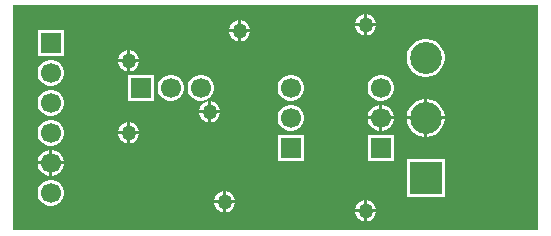
<source format=gbr>
%TF.GenerationSoftware,Altium Limited,Altium Designer,21.3.0 (21)*%
G04 Layer_Physical_Order=2*
G04 Layer_Color=16711680*
%FSLAX45Y45*%
%MOMM*%
%TF.SameCoordinates,FC24DA46-C209-461C-A341-196A143AB96F*%
%TF.FilePolarity,Positive*%
%TF.FileFunction,Copper,L2,Bot,Signal*%
%TF.Part,Single*%
G01*
G75*
%TA.AperFunction,ComponentPad*%
%ADD21C,1.70000*%
%ADD22R,1.70000X1.70000*%
%ADD23R,2.70000X2.70000*%
%ADD24C,2.70000*%
%ADD25R,1.70000X1.70000*%
%TA.AperFunction,ViaPad*%
%ADD26C,1.27000*%
G36*
X26987500Y18859500D02*
X22542500D01*
Y20764500D01*
X26987500D01*
Y18859500D01*
D02*
G37*
%LPC*%
G36*
X25539700Y20688033D02*
Y20612100D01*
X25615634D01*
X25609842Y20633714D01*
X25598138Y20653986D01*
X25581586Y20670538D01*
X25561314Y20682242D01*
X25539700Y20688033D01*
D02*
G37*
G36*
X25514301D02*
X25492686Y20682242D01*
X25472414Y20670538D01*
X25455862Y20653986D01*
X25444157Y20633714D01*
X25438367Y20612100D01*
X25514301D01*
Y20688033D01*
D02*
G37*
G36*
X24472900Y20637233D02*
Y20561301D01*
X24548833D01*
X24543042Y20582915D01*
X24531339Y20603186D01*
X24514786Y20619737D01*
X24494514Y20631442D01*
X24472900Y20637233D01*
D02*
G37*
G36*
X24447501D02*
X24425887Y20631442D01*
X24405614Y20619737D01*
X24389062Y20603186D01*
X24377357Y20582915D01*
X24371567Y20561301D01*
X24447501D01*
Y20637233D01*
D02*
G37*
G36*
X25615634Y20586700D02*
X25539700D01*
Y20510767D01*
X25561314Y20516557D01*
X25581586Y20528262D01*
X25598138Y20544814D01*
X25609842Y20565086D01*
X25615634Y20586700D01*
D02*
G37*
G36*
X25514301D02*
X25438367D01*
X25444157Y20565086D01*
X25455862Y20544814D01*
X25472414Y20528262D01*
X25492686Y20516557D01*
X25514301Y20510767D01*
Y20586700D01*
D02*
G37*
G36*
X24548833Y20535899D02*
X24472900D01*
Y20459967D01*
X24494514Y20465758D01*
X24514786Y20477461D01*
X24531339Y20494014D01*
X24543042Y20514285D01*
X24548833Y20535899D01*
D02*
G37*
G36*
X24447501D02*
X24371567D01*
X24377357Y20514285D01*
X24389062Y20494014D01*
X24405614Y20477461D01*
X24425887Y20465758D01*
X24447501Y20459967D01*
Y20535899D01*
D02*
G37*
G36*
X22970399Y20557401D02*
X22749600D01*
Y20336600D01*
X22970399D01*
Y20557401D01*
D02*
G37*
G36*
X23533099Y20383234D02*
Y20307300D01*
X23609033D01*
X23603242Y20328914D01*
X23591537Y20349187D01*
X23574986Y20365738D01*
X23554713Y20377441D01*
X23533099Y20383234D01*
D02*
G37*
G36*
X23507700D02*
X23486086Y20377441D01*
X23465814Y20365738D01*
X23449261Y20349187D01*
X23437558Y20328914D01*
X23431767Y20307300D01*
X23507700D01*
Y20383234D01*
D02*
G37*
G36*
X23609033Y20281900D02*
X23533099D01*
Y20205968D01*
X23554713Y20211758D01*
X23574986Y20223462D01*
X23591537Y20240015D01*
X23603242Y20260286D01*
X23609033Y20281900D01*
D02*
G37*
G36*
X23507700D02*
X23431767D01*
X23437558Y20260286D01*
X23449261Y20240015D01*
X23465814Y20223462D01*
X23486086Y20211758D01*
X23507700Y20205968D01*
Y20281900D01*
D02*
G37*
G36*
X26050797Y20480400D02*
X26019202D01*
X25988214Y20474236D01*
X25959021Y20462144D01*
X25932751Y20444591D01*
X25910410Y20422249D01*
X25892856Y20395978D01*
X25880765Y20366788D01*
X25874600Y20335799D01*
Y20304202D01*
X25880765Y20273213D01*
X25892856Y20244022D01*
X25910410Y20217751D01*
X25932751Y20195409D01*
X25959021Y20177855D01*
X25988214Y20165764D01*
X26019202Y20159599D01*
X26050797D01*
X26081787Y20165764D01*
X26110977Y20177855D01*
X26137250Y20195409D01*
X26159592Y20217751D01*
X26177145Y20244022D01*
X26189236Y20273213D01*
X26195401Y20304202D01*
Y20335799D01*
X26189236Y20366788D01*
X26177145Y20395978D01*
X26159592Y20422249D01*
X26137250Y20444591D01*
X26110977Y20462144D01*
X26081787Y20474236D01*
X26050797Y20480400D01*
D02*
G37*
G36*
X22874535Y20303400D02*
X22845467D01*
X22817387Y20295876D01*
X22792213Y20281342D01*
X22771658Y20260786D01*
X22757124Y20235612D01*
X22749600Y20207533D01*
Y20178465D01*
X22757124Y20150388D01*
X22771658Y20125214D01*
X22792213Y20104659D01*
X22817387Y20090125D01*
X22845467Y20082600D01*
X22874535D01*
X22902612Y20090125D01*
X22927786Y20104659D01*
X22948341Y20125214D01*
X22962875Y20150388D01*
X22970399Y20178465D01*
Y20207533D01*
X22962875Y20235612D01*
X22948341Y20260786D01*
X22927786Y20281342D01*
X22902612Y20295876D01*
X22874535Y20303400D01*
D02*
G37*
G36*
X25668533Y20176401D02*
X25639465D01*
X25611386Y20168877D01*
X25586214Y20154343D01*
X25565659Y20133788D01*
X25551125Y20108614D01*
X25543600Y20080534D01*
Y20051466D01*
X25551125Y20023387D01*
X25565659Y19998213D01*
X25586214Y19977658D01*
X25611386Y19963124D01*
X25639465Y19955600D01*
X25668533D01*
X25696613Y19963124D01*
X25721786Y19977658D01*
X25742343Y19998213D01*
X25756876Y20023387D01*
X25764401Y20051466D01*
Y20080534D01*
X25756876Y20108614D01*
X25742343Y20133788D01*
X25721786Y20154343D01*
X25696613Y20168877D01*
X25668533Y20176401D01*
D02*
G37*
G36*
X24906534D02*
X24877466D01*
X24849387Y20168877D01*
X24824213Y20154343D01*
X24803658Y20133788D01*
X24789124Y20108614D01*
X24781599Y20080534D01*
Y20051466D01*
X24789124Y20023387D01*
X24803658Y19998213D01*
X24824213Y19977658D01*
X24849387Y19963124D01*
X24877466Y19955600D01*
X24906534D01*
X24934613Y19963124D01*
X24959787Y19977658D01*
X24980342Y19998213D01*
X24994876Y20023387D01*
X25002400Y20051466D01*
Y20080534D01*
X24994876Y20108614D01*
X24980342Y20133788D01*
X24959787Y20154343D01*
X24934613Y20168877D01*
X24906534Y20176401D01*
D02*
G37*
G36*
X24144534D02*
X24115466D01*
X24087387Y20168877D01*
X24062213Y20154343D01*
X24041658Y20133788D01*
X24027124Y20108614D01*
X24019600Y20080534D01*
Y20051466D01*
X24027124Y20023387D01*
X24041658Y19998213D01*
X24062213Y19977658D01*
X24087387Y19963124D01*
X24115466Y19955600D01*
X24144534D01*
X24172614Y19963124D01*
X24197787Y19977658D01*
X24218343Y19998213D01*
X24232877Y20023387D01*
X24240401Y20051466D01*
Y20080534D01*
X24232877Y20108614D01*
X24218343Y20133788D01*
X24197787Y20154343D01*
X24172614Y20168877D01*
X24144534Y20176401D01*
D02*
G37*
G36*
X23890533D02*
X23861465D01*
X23833388Y20168877D01*
X23808212Y20154343D01*
X23787659Y20133788D01*
X23773125Y20108614D01*
X23765601Y20080534D01*
Y20051466D01*
X23773125Y20023387D01*
X23787659Y19998213D01*
X23808212Y19977658D01*
X23833388Y19963124D01*
X23861465Y19955600D01*
X23890533D01*
X23918613Y19963124D01*
X23943787Y19977658D01*
X23964342Y19998213D01*
X23978876Y20023387D01*
X23986400Y20051466D01*
Y20080534D01*
X23978876Y20108614D01*
X23964342Y20133788D01*
X23943787Y20154343D01*
X23918613Y20168877D01*
X23890533Y20176401D01*
D02*
G37*
G36*
X23732401D02*
X23511600D01*
Y19955600D01*
X23732401D01*
Y20176401D01*
D02*
G37*
G36*
X24218900Y19951433D02*
Y19875500D01*
X24294833D01*
X24289043Y19897115D01*
X24277338Y19917386D01*
X24260786Y19933939D01*
X24240514Y19945642D01*
X24218900Y19951433D01*
D02*
G37*
G36*
X24193500D02*
X24171886Y19945642D01*
X24151614Y19933939D01*
X24135062Y19917386D01*
X24123358Y19897115D01*
X24117567Y19875500D01*
X24193500D01*
Y19951433D01*
D02*
G37*
G36*
X22874535Y20049400D02*
X22845467D01*
X22817387Y20041876D01*
X22792213Y20027342D01*
X22771658Y20006787D01*
X22757124Y19981613D01*
X22749600Y19953534D01*
Y19924466D01*
X22757124Y19896387D01*
X22771658Y19871213D01*
X22792213Y19850658D01*
X22817387Y19836124D01*
X22845467Y19828600D01*
X22874535D01*
X22902612Y19836124D01*
X22927786Y19850658D01*
X22948341Y19871213D01*
X22962875Y19896387D01*
X22970399Y19924466D01*
Y19953534D01*
X22962875Y19981613D01*
X22948341Y20006787D01*
X22927786Y20027342D01*
X22902612Y20041876D01*
X22874535Y20049400D01*
D02*
G37*
G36*
X26050797Y19972400D02*
X26047699D01*
Y19824699D01*
X26195401D01*
Y19827798D01*
X26189236Y19858788D01*
X26177145Y19887978D01*
X26159592Y19914249D01*
X26137250Y19936591D01*
X26110977Y19954144D01*
X26081787Y19966235D01*
X26050797Y19972400D01*
D02*
G37*
G36*
X25668533Y19922400D02*
X25666699D01*
Y19824699D01*
X25764401D01*
Y19826534D01*
X25756876Y19854613D01*
X25742343Y19879787D01*
X25721786Y19900342D01*
X25696613Y19914876D01*
X25668533Y19922400D01*
D02*
G37*
G36*
X25641299D02*
X25639465D01*
X25611386Y19914876D01*
X25586214Y19900342D01*
X25565659Y19879787D01*
X25551125Y19854613D01*
X25543600Y19826534D01*
Y19824699D01*
X25641299D01*
Y19922400D01*
D02*
G37*
G36*
X26022299Y19972400D02*
X26019202D01*
X25988214Y19966235D01*
X25959021Y19954144D01*
X25932751Y19936591D01*
X25910410Y19914249D01*
X25892856Y19887978D01*
X25880765Y19858788D01*
X25874600Y19827798D01*
Y19824699D01*
X26022299D01*
Y19972400D01*
D02*
G37*
G36*
X24294833Y19850101D02*
X24218900D01*
Y19774167D01*
X24240514Y19779958D01*
X24260786Y19791663D01*
X24277338Y19808214D01*
X24289043Y19828487D01*
X24294833Y19850101D01*
D02*
G37*
G36*
X24193500D02*
X24117567D01*
X24123358Y19828487D01*
X24135062Y19808214D01*
X24151614Y19791663D01*
X24171886Y19779958D01*
X24193500Y19774167D01*
Y19850101D01*
D02*
G37*
G36*
X25764401Y19799300D02*
X25666699D01*
Y19701601D01*
X25668533D01*
X25696613Y19709125D01*
X25721786Y19723659D01*
X25742343Y19744212D01*
X25756876Y19769386D01*
X25764401Y19797466D01*
Y19799300D01*
D02*
G37*
G36*
X25641299D02*
X25543600D01*
Y19797466D01*
X25551125Y19769386D01*
X25565659Y19744212D01*
X25586214Y19723659D01*
X25611386Y19709125D01*
X25639465Y19701601D01*
X25641299D01*
Y19799300D01*
D02*
G37*
G36*
X24906534Y19922400D02*
X24877466D01*
X24849387Y19914876D01*
X24824213Y19900342D01*
X24803658Y19879787D01*
X24789124Y19854613D01*
X24781599Y19826534D01*
Y19797466D01*
X24789124Y19769386D01*
X24803658Y19744212D01*
X24824213Y19723659D01*
X24849387Y19709125D01*
X24877466Y19701601D01*
X24906534D01*
X24934613Y19709125D01*
X24959787Y19723659D01*
X24980342Y19744212D01*
X24994876Y19769386D01*
X25002400Y19797466D01*
Y19826534D01*
X24994876Y19854613D01*
X24980342Y19879787D01*
X24959787Y19900342D01*
X24934613Y19914876D01*
X24906534Y19922400D01*
D02*
G37*
G36*
X23533099Y19773633D02*
Y19697701D01*
X23609033D01*
X23603242Y19719315D01*
X23591537Y19739586D01*
X23574986Y19756139D01*
X23554713Y19767842D01*
X23533099Y19773633D01*
D02*
G37*
G36*
X23507700D02*
X23486086Y19767842D01*
X23465814Y19756139D01*
X23449261Y19739586D01*
X23437558Y19719315D01*
X23431767Y19697701D01*
X23507700D01*
Y19773633D01*
D02*
G37*
G36*
X26195401Y19799300D02*
X26047699D01*
Y19651601D01*
X26050797D01*
X26081787Y19657764D01*
X26110977Y19669855D01*
X26137250Y19687408D01*
X26159592Y19709750D01*
X26177145Y19736021D01*
X26189236Y19765213D01*
X26195401Y19796202D01*
Y19799300D01*
D02*
G37*
G36*
X26022299D02*
X25874600D01*
Y19796202D01*
X25880765Y19765213D01*
X25892856Y19736021D01*
X25910410Y19709750D01*
X25932751Y19687408D01*
X25959021Y19669855D01*
X25988214Y19657764D01*
X26019202Y19651601D01*
X26022299D01*
Y19799300D01*
D02*
G37*
G36*
X23609033Y19672301D02*
X23533099D01*
Y19596367D01*
X23554713Y19602158D01*
X23574986Y19613863D01*
X23591537Y19630414D01*
X23603242Y19650687D01*
X23609033Y19672301D01*
D02*
G37*
G36*
X23507700D02*
X23431767D01*
X23437558Y19650687D01*
X23449261Y19630414D01*
X23465814Y19613863D01*
X23486086Y19602158D01*
X23507700Y19596367D01*
Y19672301D01*
D02*
G37*
G36*
X22874535Y19795399D02*
X22845467D01*
X22817387Y19787875D01*
X22792213Y19773341D01*
X22771658Y19752786D01*
X22757124Y19727612D01*
X22749600Y19699535D01*
Y19670467D01*
X22757124Y19642387D01*
X22771658Y19617213D01*
X22792213Y19596658D01*
X22817387Y19582124D01*
X22845467Y19574600D01*
X22874535D01*
X22902612Y19582124D01*
X22927786Y19596658D01*
X22948341Y19617213D01*
X22962875Y19642387D01*
X22970399Y19670467D01*
Y19699535D01*
X22962875Y19727612D01*
X22948341Y19752786D01*
X22927786Y19773341D01*
X22902612Y19787875D01*
X22874535Y19795399D01*
D02*
G37*
G36*
X25764401Y19668401D02*
X25543600D01*
Y19447600D01*
X25764401D01*
Y19668401D01*
D02*
G37*
G36*
X25002400D02*
X24781599D01*
Y19447600D01*
X25002400D01*
Y19668401D01*
D02*
G37*
G36*
X22874535Y19541400D02*
X22872701D01*
Y19443700D01*
X22970399D01*
Y19445534D01*
X22962875Y19473613D01*
X22948341Y19498787D01*
X22927786Y19519342D01*
X22902612Y19533876D01*
X22874535Y19541400D01*
D02*
G37*
G36*
X22847301D02*
X22845467D01*
X22817387Y19533876D01*
X22792213Y19519342D01*
X22771658Y19498787D01*
X22757124Y19473613D01*
X22749600Y19445534D01*
Y19443700D01*
X22847301D01*
Y19541400D01*
D02*
G37*
G36*
X22970399Y19418300D02*
X22872701D01*
Y19320599D01*
X22874535D01*
X22902612Y19328123D01*
X22927786Y19342657D01*
X22948341Y19363213D01*
X22962875Y19388387D01*
X22970399Y19416466D01*
Y19418300D01*
D02*
G37*
G36*
X22847301D02*
X22749600D01*
Y19416466D01*
X22757124Y19388387D01*
X22771658Y19363213D01*
X22792213Y19342657D01*
X22817387Y19328123D01*
X22845467Y19320599D01*
X22847301D01*
Y19418300D01*
D02*
G37*
G36*
X26195401Y19464400D02*
X25874600D01*
Y19143600D01*
X26195401D01*
Y19464400D01*
D02*
G37*
G36*
X24345900Y19189433D02*
Y19113499D01*
X24421832D01*
X24416042Y19135114D01*
X24404338Y19155386D01*
X24387785Y19171938D01*
X24367514Y19183643D01*
X24345900Y19189433D01*
D02*
G37*
G36*
X24320500D02*
X24298886Y19183643D01*
X24278613Y19171938D01*
X24262062Y19155386D01*
X24250359Y19135114D01*
X24244566Y19113499D01*
X24320500D01*
Y19189433D01*
D02*
G37*
G36*
X22874535Y19287399D02*
X22845467D01*
X22817387Y19279877D01*
X22792213Y19265343D01*
X22771658Y19244788D01*
X22757124Y19219614D01*
X22749600Y19191534D01*
Y19162466D01*
X22757124Y19134387D01*
X22771658Y19109213D01*
X22792213Y19088658D01*
X22817387Y19074124D01*
X22845467Y19066600D01*
X22874535D01*
X22902612Y19074124D01*
X22927786Y19088658D01*
X22948341Y19109213D01*
X22962875Y19134387D01*
X22970399Y19162466D01*
Y19191534D01*
X22962875Y19219614D01*
X22948341Y19244788D01*
X22927786Y19265343D01*
X22902612Y19279877D01*
X22874535Y19287399D01*
D02*
G37*
G36*
X25539700Y19113232D02*
Y19037300D01*
X25615634D01*
X25609842Y19058914D01*
X25598138Y19079185D01*
X25581586Y19095738D01*
X25561314Y19107442D01*
X25539700Y19113232D01*
D02*
G37*
G36*
X25514301D02*
X25492686Y19107442D01*
X25472414Y19095738D01*
X25455862Y19079185D01*
X25444157Y19058914D01*
X25438367Y19037300D01*
X25514301D01*
Y19113232D01*
D02*
G37*
G36*
X24421832Y19088100D02*
X24345900D01*
Y19012167D01*
X24367514Y19017958D01*
X24387785Y19029662D01*
X24404338Y19046214D01*
X24416042Y19066486D01*
X24421832Y19088100D01*
D02*
G37*
G36*
X24320500D02*
X24244566D01*
X24250359Y19066486D01*
X24262062Y19046214D01*
X24278613Y19029662D01*
X24298886Y19017958D01*
X24320500Y19012167D01*
Y19088100D01*
D02*
G37*
G36*
X25615634Y19011900D02*
X25539700D01*
Y18935966D01*
X25561314Y18941759D01*
X25581586Y18953462D01*
X25598138Y18970013D01*
X25609842Y18990286D01*
X25615634Y19011900D01*
D02*
G37*
G36*
X25514301D02*
X25438367D01*
X25444157Y18990286D01*
X25455862Y18970013D01*
X25472414Y18953462D01*
X25492686Y18941759D01*
X25514301Y18935966D01*
Y19011900D01*
D02*
G37*
%LPD*%
D21*
X22860001Y19177000D02*
D03*
Y19431000D02*
D03*
Y19685001D02*
D03*
Y19939000D02*
D03*
Y20192999D02*
D03*
X25654001Y20066000D02*
D03*
Y19812000D02*
D03*
X24130000Y20066000D02*
D03*
X23875999D02*
D03*
X24892000Y19812000D02*
D03*
Y20066000D02*
D03*
D22*
X22860001Y20447000D02*
D03*
X23622000Y20066000D02*
D03*
D23*
X26035001Y19303999D02*
D03*
D24*
Y19812000D02*
D03*
Y20320000D02*
D03*
D25*
X25654001Y19558000D02*
D03*
X24892000D02*
D03*
D26*
X23520399Y19685001D02*
D03*
Y20294600D02*
D03*
X24206200Y19862801D02*
D03*
X24333200Y19100800D02*
D03*
X24460201Y20548599D02*
D03*
X25527000Y19024600D02*
D03*
Y20599400D02*
D03*
%TF.MD5,290fba7192b2e5ec2cb612e9553f64f0*%
M02*

</source>
